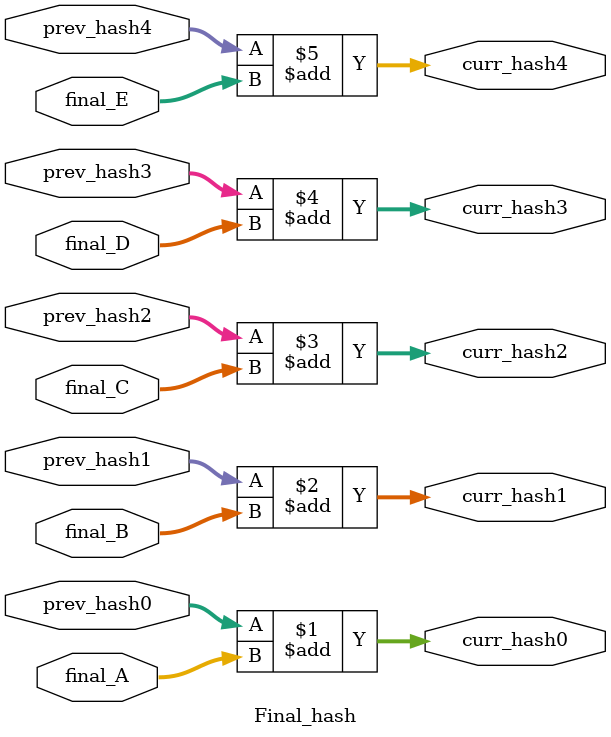
<source format=v>
`timescale 1ns / 1ps


module Final_hash(  input  [31:0]prev_hash0,
                    input  [31:0]prev_hash1,
                    input  [31:0]prev_hash2,
                    input  [31:0]prev_hash3,
                    input  [31:0]prev_hash4,
                    input  [31:0]final_A,
                    input  [31:0]final_B,
                    input  [31:0]final_C,
                    input  [31:0]final_D,
                    input  [31:0]final_E,
                    output [31:0]curr_hash0,
                    output [31:0]curr_hash1,
                    output [31:0]curr_hash2,
                    output [31:0]curr_hash3,
                    output [31:0]curr_hash4

    );
assign curr_hash0 = prev_hash0 + final_A;
assign curr_hash1 = prev_hash1 + final_B;
assign curr_hash2 = prev_hash2 + final_C;
assign curr_hash3 = prev_hash3 + final_D;
assign curr_hash4 = prev_hash4 + final_E; 


endmodule

</source>
